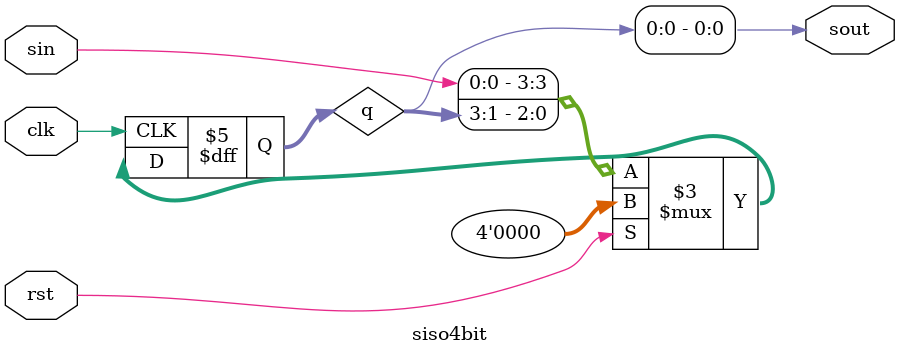
<source format=v>
`timescale 1ns / 1ps
module siso4bit(input clk,rst,sin, output sout);

reg [3:0]q;
always @(posedge clk)
begin
if (rst)
q<=0;
else
q<={sin,q[3:1]};      //right shift. for left shift q<={q[2:0],sin};
end
assign sout=q[0];

endmodule

</source>
